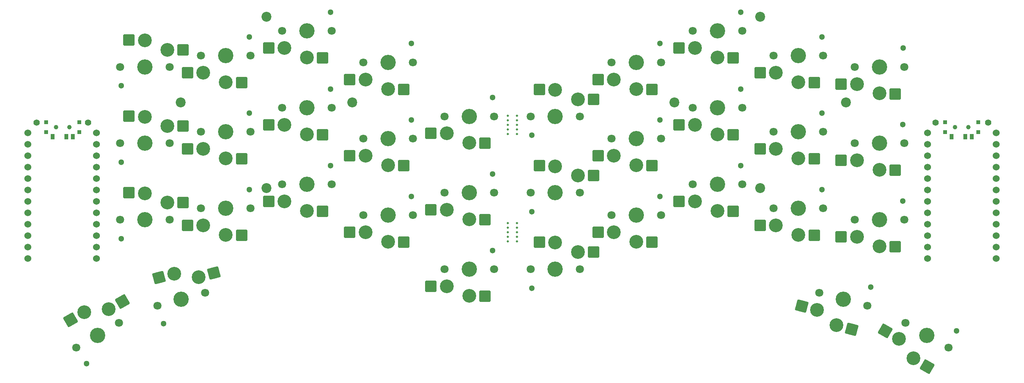
<source format=gbs>
%TF.GenerationSoftware,KiCad,Pcbnew,(6.0.7-1)-1*%
%TF.CreationDate,2022-10-21T08:25:24+02:00*%
%TF.ProjectId,sweepbling-lp__pcb,73776565-7062-46c6-996e-672d6c705f5f,rev?*%
%TF.SameCoordinates,Original*%
%TF.FileFunction,Soldermask,Bot*%
%TF.FilePolarity,Negative*%
%FSLAX46Y46*%
G04 Gerber Fmt 4.6, Leading zero omitted, Abs format (unit mm)*
G04 Created by KiCad (PCBNEW (6.0.7-1)-1) date 2022-10-21 08:25:24*
%MOMM*%
%LPD*%
G01*
G04 APERTURE LIST*
G04 Aperture macros list*
%AMRoundRect*
0 Rectangle with rounded corners*
0 $1 Rounding radius*
0 $2 $3 $4 $5 $6 $7 $8 $9 X,Y pos of 4 corners*
0 Add a 4 corners polygon primitive as box body*
4,1,4,$2,$3,$4,$5,$6,$7,$8,$9,$2,$3,0*
0 Add four circle primitives for the rounded corners*
1,1,$1+$1,$2,$3*
1,1,$1+$1,$4,$5*
1,1,$1+$1,$6,$7*
1,1,$1+$1,$8,$9*
0 Add four rect primitives between the rounded corners*
20,1,$1+$1,$2,$3,$4,$5,0*
20,1,$1+$1,$4,$5,$6,$7,0*
20,1,$1+$1,$6,$7,$8,$9,0*
20,1,$1+$1,$8,$9,$2,$3,0*%
G04 Aperture macros list end*
%ADD10C,1.524000*%
%ADD11C,3.050000*%
%ADD12C,1.800000*%
%ADD13C,1.300000*%
%ADD14C,3.400000*%
%ADD15RoundRect,0.250000X1.025000X1.000000X-1.025000X1.000000X-1.025000X-1.000000X1.025000X-1.000000X0*%
%ADD16RoundRect,0.250000X1.387676X0.353525X-0.387676X1.378525X-1.387676X-0.353525X0.387676X-1.378525X0*%
%ADD17RoundRect,0.250000X1.248893X0.700636X-0.731255X1.231215X-1.248893X-0.700636X0.731255X-1.231215X0*%
%ADD18RoundRect,0.250000X-1.025000X-1.000000X1.025000X-1.000000X1.025000X1.000000X-1.025000X1.000000X0*%
%ADD19C,0.500000*%
%ADD20C,2.200000*%
%ADD21C,1.397000*%
%ADD22RoundRect,0.250000X-0.731255X-1.231215X1.248893X-0.700636X0.731255X1.231215X-1.248893X0.700636X0*%
%ADD23RoundRect,0.250000X-0.387676X-1.378525X1.387676X-0.353525X0.387676X1.378525X-1.387676X0.353525X0*%
%ADD24C,1.000000*%
%ADD25R,0.900000X0.900000*%
%ADD26R,0.900000X1.250000*%
G04 APERTURE END LIST*
D10*
%TO.C,U1*%
X237789400Y-53086000D03*
X237789400Y-55626000D03*
X237789400Y-58166000D03*
X237789400Y-60706000D03*
X237789400Y-63246000D03*
X237789400Y-65786000D03*
X237789400Y-68326000D03*
X237789400Y-70866000D03*
X237789400Y-73406000D03*
X237789400Y-75946000D03*
X237789400Y-78486000D03*
X237789400Y-81026000D03*
X222569400Y-81026000D03*
X222569400Y-78486000D03*
X222569400Y-75946000D03*
X222569400Y-73406000D03*
X222569400Y-70866000D03*
X222569400Y-68326000D03*
X222569400Y-65786000D03*
X222569400Y-63246000D03*
X222569400Y-60706000D03*
X222569400Y-58166000D03*
X222569400Y-55626000D03*
X222569400Y-53086000D03*
%TD*%
D11*
%TO.C,SW13*%
X175856000Y-70416000D03*
X170856000Y-68316000D03*
D12*
X170356000Y-64516000D03*
D13*
X181076000Y-60316000D03*
D14*
X175856000Y-64516000D03*
D12*
X181356000Y-64516000D03*
D15*
X179356000Y-70516000D03*
X167356000Y-68316000D03*
%TD*%
D13*
%TO.C,SW17*%
X229006653Y-97054693D03*
D12*
X217622860Y-95332000D03*
D11*
X219436000Y-103191550D03*
D12*
X227149140Y-100832000D03*
D14*
X222386000Y-98082000D03*
D11*
X216155873Y-98872897D03*
D16*
X222417089Y-105028152D03*
X213124784Y-97122897D03*
%TD*%
D13*
%TO.C,SW12*%
X163076000Y-67174000D03*
D11*
X157856000Y-77274000D03*
X152856000Y-75174000D03*
D12*
X163356000Y-71374000D03*
D14*
X157856000Y-71374000D03*
D12*
X152356000Y-71374000D03*
D15*
X161356000Y-77374000D03*
X149356000Y-75174000D03*
%TD*%
D12*
%TO.C,SW16*%
X198513408Y-88658495D03*
X209138592Y-91505505D03*
D11*
X198012858Y-92458423D03*
D14*
X203826000Y-90082000D03*
D11*
X202298968Y-95780962D03*
D13*
X209955173Y-87376147D03*
D17*
X205653826Y-96783422D03*
X194632118Y-91552556D03*
%TD*%
D11*
%TO.C,SW14*%
X188856000Y-73650000D03*
D12*
X199356000Y-69850000D03*
X188356000Y-69850000D03*
D13*
X199076000Y-65650000D03*
D14*
X193856000Y-69850000D03*
D11*
X193856000Y-75750000D03*
D15*
X197356000Y-75850000D03*
X185356000Y-73650000D03*
%TD*%
D12*
%TO.C,SW15*%
X206336000Y-72390000D03*
X217336000Y-72390000D03*
D11*
X206836000Y-76190000D03*
D14*
X211836000Y-72390000D03*
D13*
X217056000Y-68190000D03*
D11*
X211836000Y-78290000D03*
D15*
X215336000Y-78390000D03*
X203336000Y-76190000D03*
%TD*%
D12*
%TO.C,SW3*%
X181356000Y-30382000D03*
D11*
X170856000Y-34182000D03*
X175856000Y-36282000D03*
D12*
X170356000Y-30382000D03*
D14*
X175856000Y-30382000D03*
D13*
X181076000Y-26182000D03*
D15*
X179356000Y-36382000D03*
X167356000Y-34182000D03*
%TD*%
D11*
%TO.C,SW2*%
X152856000Y-41182000D03*
X157856000Y-43282000D03*
D13*
X163076000Y-33182000D03*
D12*
X152356000Y-37382000D03*
X163356000Y-37382000D03*
D14*
X157856000Y-37382000D03*
D15*
X161356000Y-43382000D03*
X149356000Y-41182000D03*
%TD*%
D13*
%TO.C,SW7*%
X163076000Y-50156000D03*
D11*
X152856000Y-58156000D03*
D12*
X163356000Y-54356000D03*
D11*
X157856000Y-60256000D03*
D14*
X157856000Y-54356000D03*
D12*
X152356000Y-54356000D03*
D15*
X161356000Y-60356000D03*
X149356000Y-58156000D03*
%TD*%
D13*
%TO.C,SW11*%
X134636000Y-87582000D03*
D11*
X144856000Y-79582000D03*
D14*
X139856000Y-83382000D03*
D12*
X134356000Y-83382000D03*
X145356000Y-83382000D03*
D11*
X139856000Y-77482000D03*
D18*
X136356000Y-77382000D03*
X148356000Y-79582000D03*
%TD*%
D12*
%TO.C,SW10*%
X206336000Y-55372000D03*
X217336000Y-55372000D03*
D11*
X206836000Y-59172000D03*
X211836000Y-61272000D03*
D14*
X211836000Y-55372000D03*
D13*
X217056000Y-51172000D03*
D15*
X215336000Y-61372000D03*
X203336000Y-59172000D03*
%TD*%
D13*
%TO.C,SW9*%
X199076000Y-48632000D03*
D14*
X193856000Y-52832000D03*
D11*
X193856000Y-58732000D03*
D12*
X188356000Y-52832000D03*
D11*
X188856000Y-56632000D03*
D12*
X199356000Y-52832000D03*
D15*
X197356000Y-58832000D03*
X185356000Y-56632000D03*
%TD*%
D13*
%TO.C,SW6*%
X134636000Y-70582000D03*
D11*
X139856000Y-60482000D03*
D12*
X134356000Y-66382000D03*
D11*
X144856000Y-62582000D03*
D14*
X139856000Y-66382000D03*
D12*
X145356000Y-66382000D03*
D18*
X136356000Y-60382000D03*
X148356000Y-62582000D03*
%TD*%
D13*
%TO.C,SW5*%
X217076000Y-34182000D03*
D12*
X206356000Y-38382000D03*
X217356000Y-38382000D03*
D14*
X211856000Y-38382000D03*
D11*
X211856000Y-44282000D03*
X206856000Y-42182000D03*
D15*
X215356000Y-44382000D03*
X203356000Y-42182000D03*
%TD*%
D14*
%TO.C,SW4*%
X193856000Y-35882000D03*
D11*
X188856000Y-39682000D03*
X193856000Y-41782000D03*
D13*
X199076000Y-31682000D03*
D12*
X199356000Y-35882000D03*
X188356000Y-35882000D03*
D15*
X197356000Y-41882000D03*
X185356000Y-39682000D03*
%TD*%
D14*
%TO.C,SW1*%
X139856000Y-49382000D03*
D13*
X134636000Y-53582000D03*
D12*
X134356000Y-49382000D03*
D11*
X144856000Y-45582000D03*
X139856000Y-43482000D03*
D12*
X145356000Y-49382000D03*
D18*
X136356000Y-43382000D03*
X148356000Y-45582000D03*
%TD*%
D19*
%TO.C,mouse-bite-2mm-slot2*%
X129286000Y-53340000D03*
X129286000Y-50292000D03*
X129286000Y-51308000D03*
X131318000Y-50292000D03*
X131318000Y-51308000D03*
X129286000Y-52324000D03*
X131318000Y-52324000D03*
X131318000Y-53340000D03*
X131318000Y-49276000D03*
X129286000Y-49276000D03*
%TD*%
%TO.C,mouse-bite-2mm-slot1*%
X131318000Y-77216000D03*
X131318000Y-74168000D03*
X129286000Y-74168000D03*
X129286000Y-77216000D03*
X129286000Y-75184000D03*
X131318000Y-75184000D03*
X131318000Y-76200000D03*
X129286000Y-73152000D03*
X129286000Y-76200000D03*
X131318000Y-73152000D03*
%TD*%
D11*
%TO.C,SW8*%
X175856000Y-53398000D03*
X170856000Y-51298000D03*
D13*
X181076000Y-43298000D03*
D12*
X181356000Y-47498000D03*
X170356000Y-47498000D03*
D14*
X175856000Y-47498000D03*
D15*
X179356000Y-53498000D03*
X167356000Y-51298000D03*
%TD*%
D20*
%TO.C,e*%
X166306000Y-46282000D03*
X204406000Y-46282000D03*
X185356000Y-27232000D03*
X185356000Y-65332000D03*
%TD*%
D21*
%TO.C,Bat+1*%
X235966000Y-50800000D03*
%TD*%
%TO.C,BatGND1*%
X224282000Y-50800000D03*
%TD*%
D10*
%TO.C,U2*%
X37937400Y-53086000D03*
X37937400Y-55626000D03*
X37937400Y-58166000D03*
X37937400Y-60706000D03*
X37937400Y-63246000D03*
X37937400Y-65786000D03*
X37937400Y-68326000D03*
X37937400Y-70866000D03*
X37937400Y-73406000D03*
X37937400Y-75946000D03*
X37937400Y-78486000D03*
X37937400Y-81026000D03*
X22717400Y-81026000D03*
X22717400Y-78486000D03*
X22717400Y-75946000D03*
X22717400Y-73406000D03*
X22717400Y-70866000D03*
X22717400Y-68326000D03*
X22717400Y-65786000D03*
X22717400Y-63246000D03*
X22717400Y-60706000D03*
X22717400Y-58166000D03*
X22717400Y-55626000D03*
X22717400Y-53086000D03*
%TD*%
D11*
%TO.C,SW15_r1*%
X53686000Y-68590000D03*
D13*
X43466000Y-76590000D03*
D12*
X43186000Y-72390000D03*
D14*
X48686000Y-72390000D03*
D11*
X48686000Y-66490000D03*
D12*
X54186000Y-72390000D03*
D18*
X45186000Y-66390000D03*
X57186000Y-68590000D03*
%TD*%
D13*
%TO.C,SW9_r1*%
X71920000Y-48632000D03*
D12*
X72200000Y-52832000D03*
D14*
X66700000Y-52832000D03*
D11*
X66700000Y-58732000D03*
X61700000Y-56632000D03*
D12*
X61200000Y-52832000D03*
D15*
X70200000Y-58832000D03*
X58200000Y-56632000D03*
%TD*%
D11*
%TO.C,SW13_r1*%
X79688000Y-68316000D03*
D12*
X90188000Y-64516000D03*
D11*
X84688000Y-70416000D03*
D14*
X84688000Y-64516000D03*
D12*
X79188000Y-64516000D03*
D13*
X89908000Y-60316000D03*
D15*
X88188000Y-70516000D03*
X76188000Y-68316000D03*
%TD*%
D12*
%TO.C,SW12_r1*%
X108214000Y-71374000D03*
D11*
X97714000Y-75174000D03*
D12*
X97214000Y-71374000D03*
D13*
X107934000Y-67174000D03*
D14*
X102714000Y-71374000D03*
D11*
X102714000Y-77274000D03*
D15*
X106214000Y-77374000D03*
X94214000Y-75174000D03*
%TD*%
D12*
%TO.C,SW5_r1*%
X43186000Y-38382000D03*
D13*
X43466000Y-42582000D03*
D11*
X48686000Y-32482000D03*
X53686000Y-34582000D03*
D14*
X48686000Y-38382000D03*
D12*
X54186000Y-38382000D03*
D18*
X45186000Y-32382000D03*
X57186000Y-34582000D03*
%TD*%
D14*
%TO.C,SW4_r1*%
X66700000Y-35882000D03*
D13*
X71920000Y-31682000D03*
D12*
X61200000Y-35882000D03*
D11*
X66700000Y-41782000D03*
D12*
X72200000Y-35882000D03*
D11*
X61700000Y-39682000D03*
D15*
X70200000Y-41882000D03*
X58200000Y-39682000D03*
%TD*%
D14*
%TO.C,SW1_r1*%
X120732000Y-49382000D03*
D12*
X115232000Y-49382000D03*
D13*
X125952000Y-45182000D03*
D11*
X120732000Y-55282000D03*
D12*
X126232000Y-49382000D03*
D11*
X115732000Y-53182000D03*
D15*
X124232000Y-55382000D03*
X112232000Y-53182000D03*
%TD*%
D11*
%TO.C,SW14_r1*%
X61700000Y-73650000D03*
D12*
X72200000Y-69850000D03*
X61200000Y-69850000D03*
D14*
X66700000Y-69850000D03*
D11*
X66700000Y-75750000D03*
D13*
X71920000Y-65650000D03*
D15*
X70200000Y-75850000D03*
X58200000Y-73650000D03*
%TD*%
D11*
%TO.C,SW3_r1*%
X79688000Y-34182000D03*
D12*
X79188000Y-30382000D03*
D14*
X84688000Y-30382000D03*
D11*
X84688000Y-36282000D03*
D13*
X89908000Y-26182000D03*
D12*
X90188000Y-30382000D03*
D15*
X88188000Y-36382000D03*
X76188000Y-34182000D03*
%TD*%
D11*
%TO.C,SW11_r1*%
X120732000Y-89282000D03*
D13*
X125952000Y-79182000D03*
D14*
X120732000Y-83382000D03*
D12*
X126232000Y-83382000D03*
D11*
X115732000Y-87182000D03*
D12*
X115232000Y-83382000D03*
D15*
X124232000Y-89382000D03*
X112232000Y-87182000D03*
%TD*%
D12*
%TO.C,SW10_r1*%
X43186000Y-55372000D03*
D11*
X53686000Y-51572000D03*
D12*
X54186000Y-55372000D03*
D14*
X48686000Y-55372000D03*
D11*
X48686000Y-49472000D03*
D13*
X43466000Y-59572000D03*
D18*
X45186000Y-49372000D03*
X57186000Y-51572000D03*
%TD*%
D11*
%TO.C,SW2_r1*%
X102714000Y-43282000D03*
D14*
X102714000Y-37382000D03*
D11*
X97714000Y-41182000D03*
D12*
X97214000Y-37382000D03*
D13*
X107934000Y-33182000D03*
D12*
X108214000Y-37382000D03*
D15*
X106214000Y-43382000D03*
X94214000Y-41182000D03*
%TD*%
D12*
%TO.C,SW7_r1*%
X108214000Y-54356000D03*
D11*
X97714000Y-58156000D03*
D13*
X107934000Y-50156000D03*
D11*
X102714000Y-60256000D03*
D12*
X97214000Y-54356000D03*
D14*
X102714000Y-54356000D03*
D15*
X106214000Y-60356000D03*
X94214000Y-58156000D03*
%TD*%
D12*
%TO.C,SW16_r1*%
X62090592Y-88658495D03*
D11*
X55250968Y-84383038D03*
D13*
X52822907Y-95489924D03*
D14*
X56778000Y-90082000D03*
D12*
X51465408Y-91505505D03*
D11*
X60624117Y-85117387D03*
D22*
X51844345Y-85192312D03*
X64004857Y-84211520D03*
%TD*%
D13*
%TO.C,SW8_r1*%
X89908000Y-43298000D03*
D12*
X90188000Y-47498000D03*
D14*
X84688000Y-47498000D03*
D11*
X79688000Y-51298000D03*
X84688000Y-53398000D03*
D12*
X79188000Y-47498000D03*
D15*
X88188000Y-53498000D03*
X76188000Y-51298000D03*
%TD*%
D11*
%TO.C,SW17_r1*%
X40648127Y-92291103D03*
X35268000Y-92972450D03*
D13*
X35797347Y-104329307D03*
D12*
X42981140Y-95332000D03*
D14*
X38218000Y-98082000D03*
D12*
X33454860Y-100832000D03*
D23*
X32186911Y-94635848D03*
X43679216Y-90541103D03*
%TD*%
D14*
%TO.C,SW6_r1*%
X120732000Y-66382000D03*
D12*
X115232000Y-66382000D03*
D11*
X115732000Y-70182000D03*
D12*
X126232000Y-66382000D03*
D11*
X120732000Y-72282000D03*
D13*
X125952000Y-62182000D03*
D15*
X124232000Y-72382000D03*
X112232000Y-70182000D03*
%TD*%
D20*
%TO.C,REF_PUCK_R*%
X75692000Y-65332000D03*
X56642000Y-46282000D03*
X94742000Y-46282000D03*
X75692000Y-27232000D03*
%TD*%
D21*
%TO.C,BatGNDr1*%
X36068000Y-50800000D03*
%TD*%
%TO.C,Bat+r1*%
X24638000Y-50800000D03*
%TD*%
D24*
%TO.C,SW_POWER1*%
X231624000Y-51816000D03*
X228624000Y-51816000D03*
D25*
X233824000Y-52916000D03*
X226424000Y-52916000D03*
X226424000Y-50716000D03*
X233824000Y-50716000D03*
D26*
X227874000Y-53891000D03*
X230874000Y-53891000D03*
X232374000Y-53891000D03*
%TD*%
D24*
%TO.C,SW_POWERR1*%
X28980000Y-51816000D03*
X31980000Y-51816000D03*
D25*
X26780000Y-52916000D03*
X26780000Y-50716000D03*
X34180000Y-50716000D03*
X34180000Y-52916000D03*
D26*
X28230000Y-53891000D03*
X31230000Y-53891000D03*
X32730000Y-53891000D03*
%TD*%
M02*

</source>
